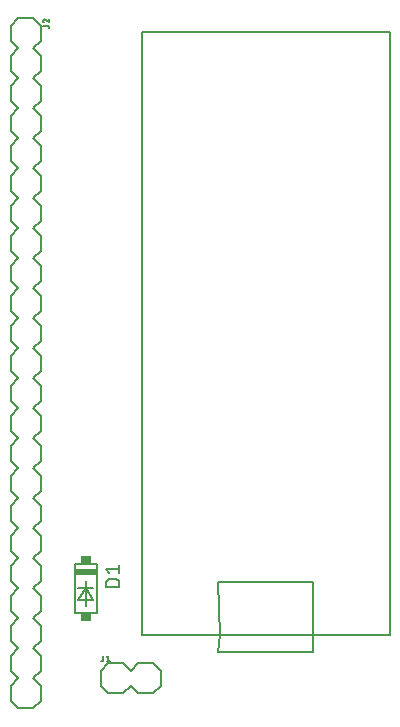
<source format=gto>
G04 EAGLE Gerber RS-274X export*
G75*
%MOMM*%
%FSLAX34Y34*%
%LPD*%
%INSilkscreen Top*%
%IPPOS*%
%AMOC8*
5,1,8,0,0,1.08239X$1,22.5*%
G01*
%ADD10C,0.152400*%
%ADD11R,1.870000X0.508000*%
%ADD12R,0.850000X0.635000*%
%ADD13C,0.127000*%
%ADD14C,0.203200*%


D10*
X67000Y93480D02*
X67000Y135120D01*
X67000Y93480D02*
X85400Y93480D01*
X85400Y135120D01*
X67000Y135120D01*
X76200Y120650D02*
X76200Y114300D01*
X82550Y104140D02*
X69850Y104140D01*
X76200Y114300D01*
X76200Y99060D01*
X82550Y104140D02*
X76200Y114300D01*
X82550Y114300D01*
X76200Y114300D02*
X69850Y114300D01*
D11*
X76050Y128270D03*
D12*
X76200Y90305D03*
X76200Y138295D03*
D13*
X93345Y115824D02*
X104775Y115824D01*
X93345Y115824D02*
X93345Y118999D01*
X93347Y119110D01*
X93353Y119220D01*
X93362Y119331D01*
X93376Y119441D01*
X93393Y119550D01*
X93414Y119659D01*
X93439Y119767D01*
X93468Y119874D01*
X93500Y119980D01*
X93536Y120085D01*
X93576Y120188D01*
X93619Y120290D01*
X93666Y120391D01*
X93717Y120490D01*
X93770Y120587D01*
X93827Y120681D01*
X93888Y120774D01*
X93951Y120865D01*
X94018Y120954D01*
X94088Y121040D01*
X94161Y121123D01*
X94236Y121205D01*
X94314Y121283D01*
X94396Y121358D01*
X94479Y121431D01*
X94565Y121501D01*
X94654Y121568D01*
X94745Y121631D01*
X94838Y121692D01*
X94933Y121749D01*
X95029Y121802D01*
X95128Y121853D01*
X95229Y121900D01*
X95331Y121943D01*
X95434Y121983D01*
X95539Y122019D01*
X95645Y122051D01*
X95752Y122080D01*
X95860Y122105D01*
X95969Y122126D01*
X96078Y122143D01*
X96188Y122157D01*
X96299Y122166D01*
X96409Y122172D01*
X96520Y122174D01*
X101600Y122174D01*
X101711Y122172D01*
X101821Y122166D01*
X101932Y122157D01*
X102042Y122143D01*
X102151Y122126D01*
X102260Y122105D01*
X102368Y122080D01*
X102475Y122051D01*
X102581Y122019D01*
X102686Y121983D01*
X102789Y121943D01*
X102891Y121900D01*
X102992Y121853D01*
X103091Y121802D01*
X103188Y121749D01*
X103282Y121692D01*
X103375Y121631D01*
X103466Y121568D01*
X103555Y121501D01*
X103641Y121431D01*
X103724Y121358D01*
X103806Y121283D01*
X103884Y121205D01*
X103959Y121123D01*
X104032Y121040D01*
X104102Y120954D01*
X104169Y120865D01*
X104232Y120774D01*
X104293Y120681D01*
X104350Y120587D01*
X104403Y120490D01*
X104454Y120391D01*
X104501Y120290D01*
X104544Y120188D01*
X104584Y120085D01*
X104620Y119980D01*
X104652Y119874D01*
X104681Y119767D01*
X104706Y119659D01*
X104727Y119550D01*
X104744Y119441D01*
X104758Y119331D01*
X104767Y119220D01*
X104773Y119110D01*
X104775Y118999D01*
X104775Y115824D01*
X95885Y127635D02*
X93345Y130810D01*
X104775Y130810D01*
X104775Y127635D02*
X104775Y133985D01*
D14*
X107950Y50800D02*
X95250Y50800D01*
X107950Y50800D02*
X114300Y44450D01*
X114300Y31750D02*
X107950Y25400D01*
X114300Y44450D02*
X120650Y50800D01*
X133350Y50800D01*
X139700Y44450D01*
X139700Y31750D02*
X133350Y25400D01*
X120650Y25400D01*
X114300Y31750D01*
X88900Y31750D02*
X88900Y44450D01*
X95250Y50800D01*
X88900Y31750D02*
X95250Y25400D01*
X107950Y25400D01*
X139700Y31750D02*
X139700Y44450D01*
D13*
X91144Y53777D02*
X91144Y57531D01*
X91143Y53777D02*
X91141Y53712D01*
X91135Y53648D01*
X91125Y53584D01*
X91112Y53520D01*
X91094Y53458D01*
X91073Y53397D01*
X91049Y53337D01*
X91020Y53279D01*
X90988Y53222D01*
X90953Y53168D01*
X90915Y53116D01*
X90873Y53066D01*
X90829Y53019D01*
X90782Y52975D01*
X90732Y52933D01*
X90680Y52895D01*
X90626Y52860D01*
X90569Y52828D01*
X90511Y52799D01*
X90451Y52775D01*
X90390Y52754D01*
X90328Y52736D01*
X90264Y52723D01*
X90200Y52713D01*
X90136Y52707D01*
X90071Y52705D01*
X89535Y52705D01*
X94092Y56459D02*
X95432Y57531D01*
X95432Y52705D01*
X94092Y52705D02*
X96773Y52705D01*
D14*
X38100Y450850D02*
X38100Y463550D01*
X38100Y450850D02*
X31750Y444500D01*
X19050Y444500D02*
X12700Y450850D01*
X38100Y488950D02*
X31750Y495300D01*
X38100Y488950D02*
X38100Y476250D01*
X31750Y469900D01*
X19050Y469900D02*
X12700Y476250D01*
X12700Y488950D01*
X19050Y495300D01*
X31750Y469900D02*
X38100Y463550D01*
X19050Y469900D02*
X12700Y463550D01*
X12700Y450850D01*
X38100Y527050D02*
X38100Y539750D01*
X38100Y527050D02*
X31750Y520700D01*
X19050Y520700D02*
X12700Y527050D01*
X31750Y520700D02*
X38100Y514350D01*
X38100Y501650D01*
X31750Y495300D01*
X19050Y495300D02*
X12700Y501650D01*
X12700Y514350D01*
X19050Y520700D01*
X38100Y565150D02*
X31750Y571500D01*
X38100Y565150D02*
X38100Y552450D01*
X31750Y546100D01*
X19050Y546100D02*
X12700Y552450D01*
X12700Y565150D01*
X19050Y571500D01*
X31750Y546100D02*
X38100Y539750D01*
X19050Y546100D02*
X12700Y539750D01*
X12700Y527050D01*
X38100Y590550D02*
X31750Y596900D01*
X38100Y590550D02*
X38100Y577850D01*
X31750Y571500D01*
X19050Y571500D02*
X12700Y577850D01*
X12700Y590550D01*
X19050Y596900D01*
X38100Y285750D02*
X38100Y273050D01*
X31750Y266700D01*
X19050Y266700D02*
X12700Y273050D01*
X38100Y311150D02*
X31750Y317500D01*
X38100Y311150D02*
X38100Y298450D01*
X31750Y292100D01*
X19050Y292100D02*
X12700Y298450D01*
X12700Y311150D01*
X19050Y317500D01*
X31750Y292100D02*
X38100Y285750D01*
X19050Y292100D02*
X12700Y285750D01*
X12700Y273050D01*
X38100Y349250D02*
X38100Y361950D01*
X38100Y349250D02*
X31750Y342900D01*
X19050Y342900D02*
X12700Y349250D01*
X31750Y342900D02*
X38100Y336550D01*
X38100Y323850D01*
X31750Y317500D01*
X19050Y317500D02*
X12700Y323850D01*
X12700Y336550D01*
X19050Y342900D01*
X38100Y387350D02*
X31750Y393700D01*
X38100Y387350D02*
X38100Y374650D01*
X31750Y368300D01*
X19050Y368300D02*
X12700Y374650D01*
X12700Y387350D01*
X19050Y393700D01*
X31750Y368300D02*
X38100Y361950D01*
X19050Y368300D02*
X12700Y361950D01*
X12700Y349250D01*
X38100Y425450D02*
X38100Y438150D01*
X38100Y425450D02*
X31750Y419100D01*
X19050Y419100D02*
X12700Y425450D01*
X31750Y419100D02*
X38100Y412750D01*
X38100Y400050D01*
X31750Y393700D01*
X19050Y393700D02*
X12700Y400050D01*
X12700Y412750D01*
X19050Y419100D01*
X38100Y438150D02*
X31750Y444500D01*
X19050Y444500D02*
X12700Y438150D01*
X12700Y425450D01*
X31750Y266700D02*
X38100Y260350D01*
X38100Y247650D01*
X31750Y241300D01*
X19050Y241300D02*
X12700Y247650D01*
X12700Y260350D01*
X19050Y266700D01*
X31750Y241300D02*
X38100Y234950D01*
X38100Y222250D01*
X31750Y215900D01*
X19050Y215900D02*
X12700Y222250D01*
X12700Y234950D01*
X19050Y241300D01*
X31750Y215900D02*
X38100Y209550D01*
X38100Y196850D01*
X31750Y190500D01*
X19050Y190500D02*
X12700Y196850D01*
X12700Y209550D01*
X19050Y215900D01*
X31750Y190500D02*
X38100Y184150D01*
X38100Y171450D01*
X31750Y165100D01*
X19050Y165100D02*
X12700Y171450D01*
X12700Y184150D01*
X19050Y190500D01*
X31750Y165100D02*
X38100Y158750D01*
X38100Y146050D01*
X31750Y139700D01*
X19050Y139700D02*
X12700Y146050D01*
X12700Y158750D01*
X19050Y165100D01*
X31750Y139700D02*
X38100Y133350D01*
X38100Y120650D01*
X31750Y114300D01*
X19050Y114300D02*
X12700Y120650D01*
X12700Y133350D01*
X19050Y139700D01*
X31750Y114300D02*
X38100Y107950D01*
X38100Y95250D01*
X31750Y88900D01*
X19050Y88900D02*
X12700Y95250D01*
X12700Y107950D01*
X19050Y114300D01*
X31750Y88900D02*
X38100Y82550D01*
X38100Y69850D01*
X31750Y63500D01*
X19050Y63500D02*
X12700Y69850D01*
X12700Y82550D01*
X19050Y88900D01*
X31750Y63500D02*
X38100Y57150D01*
X38100Y44450D01*
X31750Y38100D01*
X19050Y38100D02*
X12700Y44450D01*
X12700Y57150D01*
X19050Y63500D01*
X31750Y38100D02*
X38100Y31750D01*
X38100Y19050D01*
X31750Y12700D01*
X19050Y12700D02*
X12700Y19050D01*
X12700Y31750D01*
X19050Y38100D01*
X19050Y12700D02*
X31750Y12700D01*
X31750Y596900D02*
X19050Y596900D01*
D13*
X40005Y590636D02*
X43759Y590636D01*
X43824Y590634D01*
X43888Y590628D01*
X43952Y590618D01*
X44016Y590605D01*
X44078Y590587D01*
X44139Y590566D01*
X44199Y590542D01*
X44257Y590513D01*
X44314Y590481D01*
X44368Y590446D01*
X44420Y590408D01*
X44470Y590366D01*
X44517Y590322D01*
X44561Y590275D01*
X44603Y590225D01*
X44641Y590173D01*
X44676Y590119D01*
X44708Y590062D01*
X44737Y590004D01*
X44761Y589944D01*
X44782Y589883D01*
X44800Y589821D01*
X44813Y589757D01*
X44823Y589693D01*
X44829Y589629D01*
X44831Y589564D01*
X44831Y589027D01*
X40005Y595058D02*
X40007Y595126D01*
X40013Y595193D01*
X40022Y595260D01*
X40035Y595327D01*
X40052Y595392D01*
X40073Y595457D01*
X40097Y595520D01*
X40125Y595582D01*
X40156Y595642D01*
X40190Y595700D01*
X40228Y595756D01*
X40268Y595811D01*
X40312Y595862D01*
X40359Y595911D01*
X40408Y595958D01*
X40459Y596002D01*
X40514Y596042D01*
X40570Y596080D01*
X40628Y596114D01*
X40688Y596145D01*
X40750Y596173D01*
X40813Y596197D01*
X40878Y596218D01*
X40943Y596235D01*
X41010Y596248D01*
X41077Y596257D01*
X41144Y596263D01*
X41212Y596265D01*
X40005Y595058D02*
X40007Y594980D01*
X40013Y594902D01*
X40023Y594825D01*
X40036Y594748D01*
X40054Y594672D01*
X40075Y594597D01*
X40100Y594523D01*
X40129Y594451D01*
X40161Y594380D01*
X40197Y594311D01*
X40236Y594243D01*
X40279Y594178D01*
X40325Y594115D01*
X40374Y594054D01*
X40426Y593996D01*
X40481Y593941D01*
X40538Y593888D01*
X40598Y593839D01*
X40661Y593792D01*
X40726Y593749D01*
X40792Y593709D01*
X40861Y593672D01*
X40932Y593639D01*
X41004Y593609D01*
X41078Y593583D01*
X42150Y595863D02*
X42101Y595912D01*
X42049Y595959D01*
X41994Y596002D01*
X41937Y596043D01*
X41878Y596081D01*
X41817Y596115D01*
X41754Y596146D01*
X41690Y596174D01*
X41624Y596198D01*
X41558Y596218D01*
X41490Y596235D01*
X41421Y596248D01*
X41352Y596257D01*
X41282Y596263D01*
X41212Y596265D01*
X42150Y595863D02*
X44831Y593584D01*
X44831Y596265D01*
X268600Y75200D02*
X333600Y75200D01*
X268600Y75200D02*
X189600Y75200D01*
X123600Y75200D01*
X123600Y585200D01*
X333600Y585200D01*
X333600Y75200D01*
X268600Y75200D02*
X268600Y60200D01*
X188600Y60200D01*
X189600Y75200D01*
X268600Y75200D02*
X268600Y120200D01*
X188600Y120200D01*
X189600Y75200D01*
M02*

</source>
